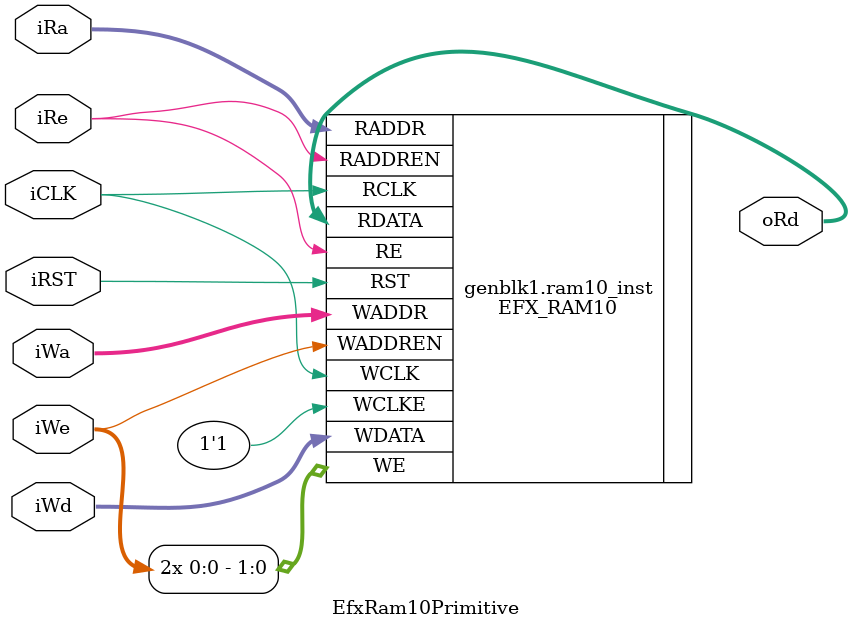
<source format=v>
module EfxRam10Primitive #(
    parameter 					pBitWidth  		= 16,	// Data Width
    parameter 					pAddrWidth 		= 13
)(
	// Write Side
    input	[pBitWidth-1:0]		iWd,    // write data
    input	[pAddrWidth-1:0]	iWa,    // write addr
    input						iWe,    // write enable
	// Read Side
    output	[pBitWidth-1:0]		oRd,    // read data
    input	[pAddrWidth-1:0]	iRa,    // read address
	input 						iRe,
	// common
	input 						iRST,
    input						iCLK
);

generate
	if (pAddrWidth == 13)
	begin
		EFX_RAM10 # (
			.WCLK_POLARITY(1'b1), 		// wclk 	polarity
			.WCLKE_POLARITY(1'b1), 		// wclke 	polarity
			.WADDREN_POLARITY(1'b1), 	// waddren 	polarity
			.WE_POLARITY(2'b11), 		// we 		polarity
			.RCLK_POLARITY(1'b1), 		// rclk 	polarity
			.RE_POLARITY(1'b1), 		// re 		polarity
			.RST_POLARITY(1'b1), 		// rst 		polarity
			.RADDREN_POLARITY(1'b1), 	// raddren 	polarity
			.READ_WIDTH(pBitWidth),		// read 	width
			.WRITE_WIDTH(pBitWidth),	// write 	width
			.OUTPUT_REG(1'b1), 			// Output 	register enable
			.WRITE_MODE("READ_FIRST"), 	// write 	mode
			.RESET_RAM("ASYNC"), 		// reset 	mode on ram
			.RESET_OUTREG("ASYNC"), 	// reset 	mode on output register
			// 256-bit INIT string
			.INIT_0 (256'h0000000000000000000000000000000000000000000000000000000000000000),
			.INIT_1 (256'h0000000000000000000000000000000000000000000000000000000000000000),
			.INIT_2 (256'h0000000000000000000000000000000000000000000000000000000000000000),
			.INIT_3 (256'h0000000000000000000000000000000000000000000000000000000000000000),
			.INIT_4 (256'h0000000000000000000000000000000000000000000000000000000000000000),
			.INIT_5 (256'h0000000000000000000000000000000000000000000000000000000000000000),
			.INIT_6 (256'h0000000000000000000000000000000000000000000000000000000000000000),
			.INIT_7 (256'h0000000000000000000000000000000000000000000000000000000000000000),
			.INIT_8 (256'h0000000000000000000000000000000000000000000000000000000000000000),
			.INIT_9 (256'h0000000000000000000000000000000000000000000000000000000000000000),
			.INIT_A (256'h0000000000000000000000000000000000000000000000000000000000000000),
			.INIT_B (256'h0000000000000000000000000000000000000000000000000000000000000000),
			.INIT_C (256'h0000000000000000000000000000000000000000000000000000000000000000),
			.INIT_D (256'h0000000000000000000000000000000000000000000000000000000000000000),
			.INIT_E (256'h0000000000000000000000000000000000000000000000000000000000000000),
			.INIT_F (256'h0000000000000000000000000000000000000000000000000000000000000000),
			.INIT_10 (256'h0000000000000000000000000000000000000000000000000000000000000000),
			.INIT_11 (256'h0000000000000000000000000000000000000000000000000000000000000000),
			.INIT_12 (256'h0000000000000000000000000000000000000000000000000000000000000000),
			.INIT_13 (256'h0000000000000000000000000000000000000000000000000000000000000000),
			.INIT_14 (256'h0000000000000000000000000000000000000000000000000000000000000000),
			.INIT_15 (256'h0000000000000000000000000000000000000000000000000000000000000000),
			.INIT_16 (256'h0000000000000000000000000000000000000000000000000000000000000000),
			.INIT_17 (256'h0000000000000000000000000000000000000000000000000000000000000000),
			.INIT_18 (256'h0000000000000000000000000000000000000000000000000000000000000000),
			.INIT_19 (256'h0000000000000000000000000000000000000000000000000000000000000000),
			.INIT_1A (256'h0000000000000000000000000000000000000000000000000000000000000000),
			.INIT_1B (256'h0000000000000000000000000000000000000000000000000000000000000000),
			.INIT_1C (256'h0000000000000000000000000000000000000000000000000000000000000000),
			.INIT_1D (256'h0000000000000000000000000000000000000000000000000000000000000000),
			.INIT_1E (256'h0000000000000000000000000000000000000000000000000000000000000000),
			.INIT_1F (256'h0000000000000000000000000000000000000000000000000000000000000000),
			.INIT_20 (256'h0000000000000000000000000000000000000000000000000000000000000000),
			.INIT_21 (256'h0000000000000000000000000000000000000000000000000000000000000000),
			.INIT_22 (256'h0000000000000000000000000000000000000000000000000000000000000000),
			.INIT_23 (256'h0000000000000000000000000000000000000000000000000000000000000000),
			.INIT_24 (256'h0000000000000000000000000000000000000000000000000000000000000000),
			.INIT_25 (256'h0000000000000000000000000000000000000000000000000000000000000000),
			.INIT_26 (256'h0000000000000000000000000000000000000000000000000000000000000000),
			.INIT_27 (256'h0000000000000000000000000000000000000000000000000000000000000000)
		)
		ram10_inst (
			.WCLK(iCLK), 		// write clk
			.WE({2{iWe}}),		// 2-bit write enable, [1]=[15:8], [0]=[7:0]
			.WCLKE(1'b1), 		// write clk enable
			.WADDREN(iWe),	 	// write address enable
			.WDATA(iWd), 		// write data input
			.WADDR(iWa), 		// write address input
			.RCLK(iCLK), 		// read clk
			.RE(iRe), 			// read enable
			.RST(iRST),			// reset
			.RADDREN(iRe),	 	// read address enable
			.RDATA(oRd), 		// read data output
			.RADDR(iRa) 		// read address input
		);
	end
	else
	begin
		EFX_RAM10 # (
			.WCLK_POLARITY(1'b1), 		// wclk 	polarity
			.WCLKE_POLARITY(1'b1), 		// wclke 	polarity
			.WADDREN_POLARITY(1'b1), 	// waddren 	polarity
			.WE_POLARITY(2'b11), 		// we 		polarity
			.RCLK_POLARITY(1'b1), 		// rclk 	polarity
			.RE_POLARITY(1'b1), 		// re 		polarity
			.RST_POLARITY(1'b1), 		// rst 		polarity
			.RADDREN_POLARITY(1'b1), 	// raddren 	polarity
			.READ_WIDTH(pBitWidth),		// read 	width
			.WRITE_WIDTH(pBitWidth),	// write 	width
			.OUTPUT_REG(1'b1), 			// Output 	register enable
			.WRITE_MODE("READ_FIRST"), 	// write 	mode
			.RESET_RAM("ASYNC"), 		// reset 	mode on ram
			.RESET_OUTREG("ASYNC"), 	// reset 	mode on output register
			// 256-bit INIT string
			.INIT_0 (256'h0000000000000000000000000000000000000000000000000000000000000000),
			.INIT_1 (256'h0000000000000000000000000000000000000000000000000000000000000000),
			.INIT_2 (256'h0000000000000000000000000000000000000000000000000000000000000000),
			.INIT_3 (256'h0000000000000000000000000000000000000000000000000000000000000000),
			.INIT_4 (256'h0000000000000000000000000000000000000000000000000000000000000000),
			.INIT_5 (256'h0000000000000000000000000000000000000000000000000000000000000000),
			.INIT_6 (256'h0000000000000000000000000000000000000000000000000000000000000000),
			.INIT_7 (256'h0000000000000000000000000000000000000000000000000000000000000000),
			.INIT_8 (256'h0000000000000000000000000000000000000000000000000000000000000000),
			.INIT_9 (256'h0000000000000000000000000000000000000000000000000000000000000000),
			.INIT_A (256'h0000000000000000000000000000000000000000000000000000000000000000),
			.INIT_B (256'h0000000000000000000000000000000000000000000000000000000000000000),
			.INIT_C (256'h0000000000000000000000000000000000000000000000000000000000000000),
			.INIT_D (256'h0000000000000000000000000000000000000000000000000000000000000000),
			.INIT_E (256'h0000000000000000000000000000000000000000000000000000000000000000),
			.INIT_F (256'h0000000000000000000000000000000000000000000000000000000000000000),
			.INIT_10 (256'h0000000000000000000000000000000000000000000000000000000000000000),
			.INIT_11 (256'h0000000000000000000000000000000000000000000000000000000000000000),
			.INIT_12 (256'h0000000000000000000000000000000000000000000000000000000000000000),
			.INIT_13 (256'h0000000000000000000000000000000000000000000000000000000000000000),
			.INIT_14 (256'h0000000000000000000000000000000000000000000000000000000000000000),
			.INIT_15 (256'h0000000000000000000000000000000000000000000000000000000000000000),
			.INIT_16 (256'h0000000000000000000000000000000000000000000000000000000000000000),
			.INIT_17 (256'h0000000000000000000000000000000000000000000000000000000000000000),
			.INIT_18 (256'h0000000000000000000000000000000000000000000000000000000000000000),
			.INIT_19 (256'h0000000000000000000000000000000000000000000000000000000000000000),
			.INIT_1A (256'h0000000000000000000000000000000000000000000000000000000000000000),
			.INIT_1B (256'h0000000000000000000000000000000000000000000000000000000000000000),
			.INIT_1C (256'h0000000000000000000000000000000000000000000000000000000000000000),
			.INIT_1D (256'h0000000000000000000000000000000000000000000000000000000000000000),
			.INIT_1E (256'h0000000000000000000000000000000000000000000000000000000000000000),
			.INIT_1F (256'h0000000000000000000000000000000000000000000000000000000000000000),
			.INIT_20 (256'h0000000000000000000000000000000000000000000000000000000000000000),
			.INIT_21 (256'h0000000000000000000000000000000000000000000000000000000000000000),
			.INIT_22 (256'h0000000000000000000000000000000000000000000000000000000000000000),
			.INIT_23 (256'h0000000000000000000000000000000000000000000000000000000000000000),
			.INIT_24 (256'h0000000000000000000000000000000000000000000000000000000000000000),
			.INIT_25 (256'h0000000000000000000000000000000000000000000000000000000000000000),
			.INIT_26 (256'h0000000000000000000000000000000000000000000000000000000000000000),
			.INIT_27 (256'h0000000000000000000000000000000000000000000000000000000000000000)
		)
		ram10_inst (
			.WCLK(iCLK), 		// write clk
			.WE({2{iWe}}),		// 2-bit write enable, [1]=[15:8], [0]=[7:0]
			.WCLKE(1'b1), 		// write clk enable
			.WADDREN(iWe),	 	// write address enable
			.WDATA(iWd), 		// write data input
			.WADDR({{(13-pAddrWidth){1'b0}},iWa}), // write address input
			.RCLK(iCLK), 		// read clk
			.RE(iRe), 			// read enable
			.RST(iRST),			// reset
			.RADDREN(iRe),	 	// read address enable
			.RDATA(oRd), 		// read data output
			.RADDR({{(13-pAddrWidth){1'b0}},iRa}) // read address input
		);
	end
endgenerate

endmodule

</source>
